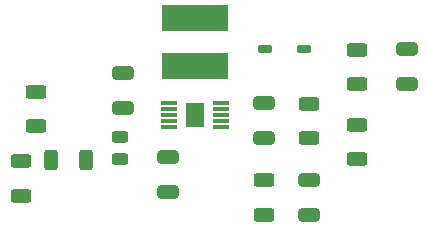
<source format=gbr>
%TF.GenerationSoftware,KiCad,Pcbnew,7.0.9*%
%TF.CreationDate,2023-12-10T23:23:11+01:00*%
%TF.ProjectId,LED Driver,4c454420-4472-4697-9665-722e6b696361,rev?*%
%TF.SameCoordinates,Original*%
%TF.FileFunction,Paste,Top*%
%TF.FilePolarity,Positive*%
%FSLAX46Y46*%
G04 Gerber Fmt 4.6, Leading zero omitted, Abs format (unit mm)*
G04 Created by KiCad (PCBNEW 7.0.9) date 2023-12-10 23:23:11*
%MOMM*%
%LPD*%
G01*
G04 APERTURE LIST*
G04 Aperture macros list*
%AMRoundRect*
0 Rectangle with rounded corners*
0 $1 Rounding radius*
0 $2 $3 $4 $5 $6 $7 $8 $9 X,Y pos of 4 corners*
0 Add a 4 corners polygon primitive as box body*
4,1,4,$2,$3,$4,$5,$6,$7,$8,$9,$2,$3,0*
0 Add four circle primitives for the rounded corners*
1,1,$1+$1,$2,$3*
1,1,$1+$1,$4,$5*
1,1,$1+$1,$6,$7*
1,1,$1+$1,$8,$9*
0 Add four rect primitives between the rounded corners*
20,1,$1+$1,$2,$3,$4,$5,0*
20,1,$1+$1,$4,$5,$6,$7,0*
20,1,$1+$1,$6,$7,$8,$9,0*
20,1,$1+$1,$8,$9,$2,$3,0*%
G04 Aperture macros list end*
%ADD10R,5.700000X2.200000*%
%ADD11RoundRect,0.131400X0.473600X0.233600X-0.473600X0.233600X-0.473600X-0.233600X0.473600X-0.233600X0*%
%ADD12RoundRect,0.250000X-0.625000X0.312500X-0.625000X-0.312500X0.625000X-0.312500X0.625000X0.312500X0*%
%ADD13RoundRect,0.250000X-0.650000X0.325000X-0.650000X-0.325000X0.650000X-0.325000X0.650000X0.325000X0*%
%ADD14RoundRect,0.250000X0.312500X0.625000X-0.312500X0.625000X-0.312500X-0.625000X0.312500X-0.625000X0*%
%ADD15R,1.400000X0.300000*%
%ADD16R,1.600000X2.000000*%
%ADD17RoundRect,0.243750X-0.456250X0.243750X-0.456250X-0.243750X0.456250X-0.243750X0.456250X0.243750X0*%
%ADD18RoundRect,0.250000X0.650000X-0.325000X0.650000X0.325000X-0.650000X0.325000X-0.650000X-0.325000X0*%
G04 APERTURE END LIST*
D10*
%TO.C,L1*%
X101100000Y-40600000D03*
X101100000Y-44600000D03*
%TD*%
D11*
%TO.C,D1*%
X107032000Y-43180000D03*
X110392000Y-43180000D03*
%TD*%
D12*
%TO.C,R1*%
X110744000Y-47813500D03*
X110744000Y-50738500D03*
%TD*%
%TO.C,R6*%
X87630000Y-46797500D03*
X87630000Y-49722500D03*
%TD*%
%TO.C,R7*%
X86350000Y-52687500D03*
X86350000Y-55612500D03*
%TD*%
D13*
%TO.C,C1*%
X98806000Y-52373000D03*
X98806000Y-55323000D03*
%TD*%
D14*
%TO.C,R4*%
X91886500Y-52578000D03*
X88961500Y-52578000D03*
%TD*%
D12*
%TO.C,R5*%
X106934000Y-54290500D03*
X106934000Y-57215500D03*
%TD*%
D13*
%TO.C,C4*%
X106934000Y-47801000D03*
X106934000Y-50751000D03*
%TD*%
%TO.C,C3*%
X110744000Y-54278000D03*
X110744000Y-57228000D03*
%TD*%
D15*
%TO.C,IC1*%
X98892000Y-47768000D03*
X98892000Y-48268000D03*
X98892000Y-48768000D03*
X98892000Y-49268000D03*
X98892000Y-49768000D03*
X103292000Y-49768000D03*
X103292000Y-49268000D03*
X103292000Y-48768000D03*
X103292000Y-48268000D03*
X103292000Y-47768000D03*
D16*
X101092000Y-48768000D03*
%TD*%
D12*
%TO.C,R3*%
X114808000Y-49591500D03*
X114808000Y-52516500D03*
%TD*%
D17*
%TO.C,D2*%
X94742000Y-52499500D03*
X94742000Y-50624500D03*
%TD*%
D13*
%TO.C,C5*%
X119100000Y-43229000D03*
X119100000Y-46179000D03*
%TD*%
D18*
%TO.C,C2*%
X94996000Y-48211000D03*
X94996000Y-45261000D03*
%TD*%
D12*
%TO.C,R2*%
X114808000Y-43241500D03*
X114808000Y-46166500D03*
%TD*%
M02*

</source>
